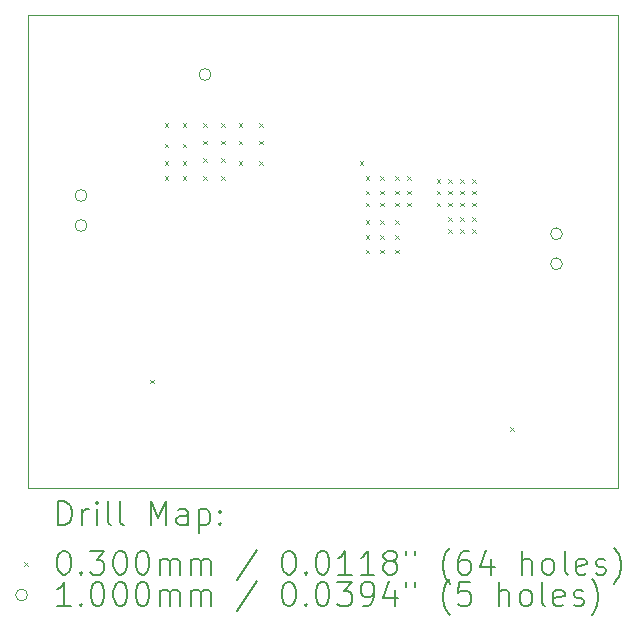
<source format=gbr>
%TF.GenerationSoftware,KiCad,Pcbnew,9.0.4*%
%TF.CreationDate,2025-12-29T16:47:07-08:00*%
%TF.ProjectId,bikelight,62696b65-6c69-4676-9874-2e6b69636164,rev?*%
%TF.SameCoordinates,Original*%
%TF.FileFunction,Drillmap*%
%TF.FilePolarity,Positive*%
%FSLAX45Y45*%
G04 Gerber Fmt 4.5, Leading zero omitted, Abs format (unit mm)*
G04 Created by KiCad (PCBNEW 9.0.4) date 2025-12-29 16:47:07*
%MOMM*%
%LPD*%
G01*
G04 APERTURE LIST*
%ADD10C,0.050000*%
%ADD11C,0.200000*%
%ADD12C,0.100000*%
G04 APERTURE END LIST*
D10*
X8750000Y-5750000D02*
X13750000Y-5750000D01*
X13750000Y-9750000D01*
X8750000Y-9750000D01*
X8750000Y-5750000D01*
D11*
D12*
X9785000Y-8835000D02*
X9815000Y-8865000D01*
X9815000Y-8835000D02*
X9785000Y-8865000D01*
X9910000Y-6660000D02*
X9940000Y-6690000D01*
X9940000Y-6660000D02*
X9910000Y-6690000D01*
X9910000Y-6835000D02*
X9940000Y-6865000D01*
X9940000Y-6835000D02*
X9910000Y-6865000D01*
X9910000Y-6985000D02*
X9940000Y-7015000D01*
X9940000Y-6985000D02*
X9910000Y-7015000D01*
X9910000Y-7110000D02*
X9940000Y-7140000D01*
X9940000Y-7110000D02*
X9910000Y-7140000D01*
X10060000Y-6660000D02*
X10090000Y-6690000D01*
X10090000Y-6660000D02*
X10060000Y-6690000D01*
X10060000Y-6835000D02*
X10090000Y-6865000D01*
X10090000Y-6835000D02*
X10060000Y-6865000D01*
X10060000Y-6985000D02*
X10090000Y-7015000D01*
X10090000Y-6985000D02*
X10060000Y-7015000D01*
X10060000Y-7110000D02*
X10090000Y-7140000D01*
X10090000Y-7110000D02*
X10060000Y-7140000D01*
X10235000Y-6660000D02*
X10265000Y-6690000D01*
X10265000Y-6660000D02*
X10235000Y-6690000D01*
X10235000Y-6810000D02*
X10265000Y-6840000D01*
X10265000Y-6810000D02*
X10235000Y-6840000D01*
X10235000Y-6960000D02*
X10265000Y-6990000D01*
X10265000Y-6960000D02*
X10235000Y-6990000D01*
X10235000Y-7110000D02*
X10265000Y-7140000D01*
X10265000Y-7110000D02*
X10235000Y-7140000D01*
X10385000Y-6660000D02*
X10415000Y-6690000D01*
X10415000Y-6660000D02*
X10385000Y-6690000D01*
X10385000Y-6810000D02*
X10415000Y-6840000D01*
X10415000Y-6810000D02*
X10385000Y-6840000D01*
X10385000Y-6960000D02*
X10415000Y-6990000D01*
X10415000Y-6960000D02*
X10385000Y-6990000D01*
X10385000Y-7110000D02*
X10415000Y-7140000D01*
X10415000Y-7110000D02*
X10385000Y-7140000D01*
X10535000Y-6660000D02*
X10565000Y-6690000D01*
X10565000Y-6660000D02*
X10535000Y-6690000D01*
X10535000Y-6810000D02*
X10565000Y-6840000D01*
X10565000Y-6810000D02*
X10535000Y-6840000D01*
X10535000Y-6985000D02*
X10565000Y-7015000D01*
X10565000Y-6985000D02*
X10535000Y-7015000D01*
X10710000Y-6660000D02*
X10740000Y-6690000D01*
X10740000Y-6660000D02*
X10710000Y-6690000D01*
X10710000Y-6810000D02*
X10740000Y-6840000D01*
X10740000Y-6810000D02*
X10710000Y-6840000D01*
X10710000Y-6985000D02*
X10740000Y-7015000D01*
X10740000Y-6985000D02*
X10710000Y-7015000D01*
X11560000Y-6985000D02*
X11590000Y-7015000D01*
X11590000Y-6985000D02*
X11560000Y-7015000D01*
X11610000Y-7110000D02*
X11640000Y-7140000D01*
X11640000Y-7110000D02*
X11610000Y-7140000D01*
X11610000Y-7235000D02*
X11640000Y-7265000D01*
X11640000Y-7235000D02*
X11610000Y-7265000D01*
X11610000Y-7335000D02*
X11640000Y-7365000D01*
X11640000Y-7335000D02*
X11610000Y-7365000D01*
X11610000Y-7485000D02*
X11640000Y-7515000D01*
X11640000Y-7485000D02*
X11610000Y-7515000D01*
X11610000Y-7610000D02*
X11640000Y-7640000D01*
X11640000Y-7610000D02*
X11610000Y-7640000D01*
X11610000Y-7735000D02*
X11640000Y-7765000D01*
X11640000Y-7735000D02*
X11610000Y-7765000D01*
X11735000Y-7110000D02*
X11765000Y-7140000D01*
X11765000Y-7110000D02*
X11735000Y-7140000D01*
X11735000Y-7235000D02*
X11765000Y-7265000D01*
X11765000Y-7235000D02*
X11735000Y-7265000D01*
X11735000Y-7335000D02*
X11765000Y-7365000D01*
X11765000Y-7335000D02*
X11735000Y-7365000D01*
X11735000Y-7485000D02*
X11765000Y-7515000D01*
X11765000Y-7485000D02*
X11735000Y-7515000D01*
X11735000Y-7610000D02*
X11765000Y-7640000D01*
X11765000Y-7610000D02*
X11735000Y-7640000D01*
X11735000Y-7735000D02*
X11765000Y-7765000D01*
X11765000Y-7735000D02*
X11735000Y-7765000D01*
X11860000Y-7110000D02*
X11890000Y-7140000D01*
X11890000Y-7110000D02*
X11860000Y-7140000D01*
X11860000Y-7235000D02*
X11890000Y-7265000D01*
X11890000Y-7235000D02*
X11860000Y-7265000D01*
X11860000Y-7335000D02*
X11890000Y-7365000D01*
X11890000Y-7335000D02*
X11860000Y-7365000D01*
X11860000Y-7485000D02*
X11890000Y-7515000D01*
X11890000Y-7485000D02*
X11860000Y-7515000D01*
X11860000Y-7610000D02*
X11890000Y-7640000D01*
X11890000Y-7610000D02*
X11860000Y-7640000D01*
X11860000Y-7735000D02*
X11890000Y-7765000D01*
X11890000Y-7735000D02*
X11860000Y-7765000D01*
X11960000Y-7110000D02*
X11990000Y-7140000D01*
X11990000Y-7110000D02*
X11960000Y-7140000D01*
X11960000Y-7235000D02*
X11990000Y-7265000D01*
X11990000Y-7235000D02*
X11960000Y-7265000D01*
X11960000Y-7335000D02*
X11990000Y-7365000D01*
X11990000Y-7335000D02*
X11960000Y-7365000D01*
X12210000Y-7135000D02*
X12240000Y-7165000D01*
X12240000Y-7135000D02*
X12210000Y-7165000D01*
X12210000Y-7235000D02*
X12240000Y-7265000D01*
X12240000Y-7235000D02*
X12210000Y-7265000D01*
X12210000Y-7335000D02*
X12240000Y-7365000D01*
X12240000Y-7335000D02*
X12210000Y-7365000D01*
X12310000Y-7135000D02*
X12340000Y-7165000D01*
X12340000Y-7135000D02*
X12310000Y-7165000D01*
X12310000Y-7235000D02*
X12340000Y-7265000D01*
X12340000Y-7235000D02*
X12310000Y-7265000D01*
X12310000Y-7335000D02*
X12340000Y-7365000D01*
X12340000Y-7335000D02*
X12310000Y-7365000D01*
X12310000Y-7460000D02*
X12340000Y-7490000D01*
X12340000Y-7460000D02*
X12310000Y-7490000D01*
X12310000Y-7560000D02*
X12340000Y-7590000D01*
X12340000Y-7560000D02*
X12310000Y-7590000D01*
X12410000Y-7135000D02*
X12440000Y-7165000D01*
X12440000Y-7135000D02*
X12410000Y-7165000D01*
X12410000Y-7235000D02*
X12440000Y-7265000D01*
X12440000Y-7235000D02*
X12410000Y-7265000D01*
X12410000Y-7335000D02*
X12440000Y-7365000D01*
X12440000Y-7335000D02*
X12410000Y-7365000D01*
X12410000Y-7460000D02*
X12440000Y-7490000D01*
X12440000Y-7460000D02*
X12410000Y-7490000D01*
X12410000Y-7560000D02*
X12440000Y-7590000D01*
X12440000Y-7560000D02*
X12410000Y-7590000D01*
X12510000Y-7135000D02*
X12540000Y-7165000D01*
X12540000Y-7135000D02*
X12510000Y-7165000D01*
X12510000Y-7235000D02*
X12540000Y-7265000D01*
X12540000Y-7235000D02*
X12510000Y-7265000D01*
X12510000Y-7335000D02*
X12540000Y-7365000D01*
X12540000Y-7335000D02*
X12510000Y-7365000D01*
X12510000Y-7460000D02*
X12540000Y-7490000D01*
X12540000Y-7460000D02*
X12510000Y-7490000D01*
X12510000Y-7560000D02*
X12540000Y-7590000D01*
X12540000Y-7560000D02*
X12510000Y-7590000D01*
X12835000Y-9235000D02*
X12865000Y-9265000D01*
X12865000Y-9235000D02*
X12835000Y-9265000D01*
X9250000Y-7273500D02*
G75*
G02*
X9150000Y-7273500I-50000J0D01*
G01*
X9150000Y-7273500D02*
G75*
G02*
X9250000Y-7273500I50000J0D01*
G01*
X9250000Y-7527500D02*
G75*
G02*
X9150000Y-7527500I-50000J0D01*
G01*
X9150000Y-7527500D02*
G75*
G02*
X9250000Y-7527500I50000J0D01*
G01*
X10300000Y-6250000D02*
G75*
G02*
X10200000Y-6250000I-50000J0D01*
G01*
X10200000Y-6250000D02*
G75*
G02*
X10300000Y-6250000I50000J0D01*
G01*
X13275000Y-7598500D02*
G75*
G02*
X13175000Y-7598500I-50000J0D01*
G01*
X13175000Y-7598500D02*
G75*
G02*
X13275000Y-7598500I50000J0D01*
G01*
X13275000Y-7852500D02*
G75*
G02*
X13175000Y-7852500I-50000J0D01*
G01*
X13175000Y-7852500D02*
G75*
G02*
X13275000Y-7852500I50000J0D01*
G01*
D11*
X9008277Y-10063984D02*
X9008277Y-9863984D01*
X9008277Y-9863984D02*
X9055896Y-9863984D01*
X9055896Y-9863984D02*
X9084467Y-9873508D01*
X9084467Y-9873508D02*
X9103515Y-9892555D01*
X9103515Y-9892555D02*
X9113039Y-9911603D01*
X9113039Y-9911603D02*
X9122563Y-9949698D01*
X9122563Y-9949698D02*
X9122563Y-9978270D01*
X9122563Y-9978270D02*
X9113039Y-10016365D01*
X9113039Y-10016365D02*
X9103515Y-10035412D01*
X9103515Y-10035412D02*
X9084467Y-10054460D01*
X9084467Y-10054460D02*
X9055896Y-10063984D01*
X9055896Y-10063984D02*
X9008277Y-10063984D01*
X9208277Y-10063984D02*
X9208277Y-9930650D01*
X9208277Y-9968746D02*
X9217801Y-9949698D01*
X9217801Y-9949698D02*
X9227324Y-9940174D01*
X9227324Y-9940174D02*
X9246372Y-9930650D01*
X9246372Y-9930650D02*
X9265420Y-9930650D01*
X9332086Y-10063984D02*
X9332086Y-9930650D01*
X9332086Y-9863984D02*
X9322563Y-9873508D01*
X9322563Y-9873508D02*
X9332086Y-9883031D01*
X9332086Y-9883031D02*
X9341610Y-9873508D01*
X9341610Y-9873508D02*
X9332086Y-9863984D01*
X9332086Y-9863984D02*
X9332086Y-9883031D01*
X9455896Y-10063984D02*
X9436848Y-10054460D01*
X9436848Y-10054460D02*
X9427324Y-10035412D01*
X9427324Y-10035412D02*
X9427324Y-9863984D01*
X9560658Y-10063984D02*
X9541610Y-10054460D01*
X9541610Y-10054460D02*
X9532086Y-10035412D01*
X9532086Y-10035412D02*
X9532086Y-9863984D01*
X9789229Y-10063984D02*
X9789229Y-9863984D01*
X9789229Y-9863984D02*
X9855896Y-10006841D01*
X9855896Y-10006841D02*
X9922563Y-9863984D01*
X9922563Y-9863984D02*
X9922563Y-10063984D01*
X10103515Y-10063984D02*
X10103515Y-9959222D01*
X10103515Y-9959222D02*
X10093991Y-9940174D01*
X10093991Y-9940174D02*
X10074944Y-9930650D01*
X10074944Y-9930650D02*
X10036848Y-9930650D01*
X10036848Y-9930650D02*
X10017801Y-9940174D01*
X10103515Y-10054460D02*
X10084467Y-10063984D01*
X10084467Y-10063984D02*
X10036848Y-10063984D01*
X10036848Y-10063984D02*
X10017801Y-10054460D01*
X10017801Y-10054460D02*
X10008277Y-10035412D01*
X10008277Y-10035412D02*
X10008277Y-10016365D01*
X10008277Y-10016365D02*
X10017801Y-9997317D01*
X10017801Y-9997317D02*
X10036848Y-9987793D01*
X10036848Y-9987793D02*
X10084467Y-9987793D01*
X10084467Y-9987793D02*
X10103515Y-9978270D01*
X10198753Y-9930650D02*
X10198753Y-10130650D01*
X10198753Y-9940174D02*
X10217801Y-9930650D01*
X10217801Y-9930650D02*
X10255896Y-9930650D01*
X10255896Y-9930650D02*
X10274944Y-9940174D01*
X10274944Y-9940174D02*
X10284467Y-9949698D01*
X10284467Y-9949698D02*
X10293991Y-9968746D01*
X10293991Y-9968746D02*
X10293991Y-10025889D01*
X10293991Y-10025889D02*
X10284467Y-10044936D01*
X10284467Y-10044936D02*
X10274944Y-10054460D01*
X10274944Y-10054460D02*
X10255896Y-10063984D01*
X10255896Y-10063984D02*
X10217801Y-10063984D01*
X10217801Y-10063984D02*
X10198753Y-10054460D01*
X10379705Y-10044936D02*
X10389229Y-10054460D01*
X10389229Y-10054460D02*
X10379705Y-10063984D01*
X10379705Y-10063984D02*
X10370182Y-10054460D01*
X10370182Y-10054460D02*
X10379705Y-10044936D01*
X10379705Y-10044936D02*
X10379705Y-10063984D01*
X10379705Y-9940174D02*
X10389229Y-9949698D01*
X10389229Y-9949698D02*
X10379705Y-9959222D01*
X10379705Y-9959222D02*
X10370182Y-9949698D01*
X10370182Y-9949698D02*
X10379705Y-9940174D01*
X10379705Y-9940174D02*
X10379705Y-9959222D01*
D12*
X8717500Y-10377500D02*
X8747500Y-10407500D01*
X8747500Y-10377500D02*
X8717500Y-10407500D01*
D11*
X9046372Y-10283984D02*
X9065420Y-10283984D01*
X9065420Y-10283984D02*
X9084467Y-10293508D01*
X9084467Y-10293508D02*
X9093991Y-10303031D01*
X9093991Y-10303031D02*
X9103515Y-10322079D01*
X9103515Y-10322079D02*
X9113039Y-10360174D01*
X9113039Y-10360174D02*
X9113039Y-10407793D01*
X9113039Y-10407793D02*
X9103515Y-10445889D01*
X9103515Y-10445889D02*
X9093991Y-10464936D01*
X9093991Y-10464936D02*
X9084467Y-10474460D01*
X9084467Y-10474460D02*
X9065420Y-10483984D01*
X9065420Y-10483984D02*
X9046372Y-10483984D01*
X9046372Y-10483984D02*
X9027324Y-10474460D01*
X9027324Y-10474460D02*
X9017801Y-10464936D01*
X9017801Y-10464936D02*
X9008277Y-10445889D01*
X9008277Y-10445889D02*
X8998753Y-10407793D01*
X8998753Y-10407793D02*
X8998753Y-10360174D01*
X8998753Y-10360174D02*
X9008277Y-10322079D01*
X9008277Y-10322079D02*
X9017801Y-10303031D01*
X9017801Y-10303031D02*
X9027324Y-10293508D01*
X9027324Y-10293508D02*
X9046372Y-10283984D01*
X9198753Y-10464936D02*
X9208277Y-10474460D01*
X9208277Y-10474460D02*
X9198753Y-10483984D01*
X9198753Y-10483984D02*
X9189229Y-10474460D01*
X9189229Y-10474460D02*
X9198753Y-10464936D01*
X9198753Y-10464936D02*
X9198753Y-10483984D01*
X9274944Y-10283984D02*
X9398753Y-10283984D01*
X9398753Y-10283984D02*
X9332086Y-10360174D01*
X9332086Y-10360174D02*
X9360658Y-10360174D01*
X9360658Y-10360174D02*
X9379705Y-10369698D01*
X9379705Y-10369698D02*
X9389229Y-10379222D01*
X9389229Y-10379222D02*
X9398753Y-10398270D01*
X9398753Y-10398270D02*
X9398753Y-10445889D01*
X9398753Y-10445889D02*
X9389229Y-10464936D01*
X9389229Y-10464936D02*
X9379705Y-10474460D01*
X9379705Y-10474460D02*
X9360658Y-10483984D01*
X9360658Y-10483984D02*
X9303515Y-10483984D01*
X9303515Y-10483984D02*
X9284467Y-10474460D01*
X9284467Y-10474460D02*
X9274944Y-10464936D01*
X9522563Y-10283984D02*
X9541610Y-10283984D01*
X9541610Y-10283984D02*
X9560658Y-10293508D01*
X9560658Y-10293508D02*
X9570182Y-10303031D01*
X9570182Y-10303031D02*
X9579705Y-10322079D01*
X9579705Y-10322079D02*
X9589229Y-10360174D01*
X9589229Y-10360174D02*
X9589229Y-10407793D01*
X9589229Y-10407793D02*
X9579705Y-10445889D01*
X9579705Y-10445889D02*
X9570182Y-10464936D01*
X9570182Y-10464936D02*
X9560658Y-10474460D01*
X9560658Y-10474460D02*
X9541610Y-10483984D01*
X9541610Y-10483984D02*
X9522563Y-10483984D01*
X9522563Y-10483984D02*
X9503515Y-10474460D01*
X9503515Y-10474460D02*
X9493991Y-10464936D01*
X9493991Y-10464936D02*
X9484467Y-10445889D01*
X9484467Y-10445889D02*
X9474944Y-10407793D01*
X9474944Y-10407793D02*
X9474944Y-10360174D01*
X9474944Y-10360174D02*
X9484467Y-10322079D01*
X9484467Y-10322079D02*
X9493991Y-10303031D01*
X9493991Y-10303031D02*
X9503515Y-10293508D01*
X9503515Y-10293508D02*
X9522563Y-10283984D01*
X9713039Y-10283984D02*
X9732086Y-10283984D01*
X9732086Y-10283984D02*
X9751134Y-10293508D01*
X9751134Y-10293508D02*
X9760658Y-10303031D01*
X9760658Y-10303031D02*
X9770182Y-10322079D01*
X9770182Y-10322079D02*
X9779705Y-10360174D01*
X9779705Y-10360174D02*
X9779705Y-10407793D01*
X9779705Y-10407793D02*
X9770182Y-10445889D01*
X9770182Y-10445889D02*
X9760658Y-10464936D01*
X9760658Y-10464936D02*
X9751134Y-10474460D01*
X9751134Y-10474460D02*
X9732086Y-10483984D01*
X9732086Y-10483984D02*
X9713039Y-10483984D01*
X9713039Y-10483984D02*
X9693991Y-10474460D01*
X9693991Y-10474460D02*
X9684467Y-10464936D01*
X9684467Y-10464936D02*
X9674944Y-10445889D01*
X9674944Y-10445889D02*
X9665420Y-10407793D01*
X9665420Y-10407793D02*
X9665420Y-10360174D01*
X9665420Y-10360174D02*
X9674944Y-10322079D01*
X9674944Y-10322079D02*
X9684467Y-10303031D01*
X9684467Y-10303031D02*
X9693991Y-10293508D01*
X9693991Y-10293508D02*
X9713039Y-10283984D01*
X9865420Y-10483984D02*
X9865420Y-10350650D01*
X9865420Y-10369698D02*
X9874944Y-10360174D01*
X9874944Y-10360174D02*
X9893991Y-10350650D01*
X9893991Y-10350650D02*
X9922563Y-10350650D01*
X9922563Y-10350650D02*
X9941610Y-10360174D01*
X9941610Y-10360174D02*
X9951134Y-10379222D01*
X9951134Y-10379222D02*
X9951134Y-10483984D01*
X9951134Y-10379222D02*
X9960658Y-10360174D01*
X9960658Y-10360174D02*
X9979705Y-10350650D01*
X9979705Y-10350650D02*
X10008277Y-10350650D01*
X10008277Y-10350650D02*
X10027325Y-10360174D01*
X10027325Y-10360174D02*
X10036848Y-10379222D01*
X10036848Y-10379222D02*
X10036848Y-10483984D01*
X10132086Y-10483984D02*
X10132086Y-10350650D01*
X10132086Y-10369698D02*
X10141610Y-10360174D01*
X10141610Y-10360174D02*
X10160658Y-10350650D01*
X10160658Y-10350650D02*
X10189229Y-10350650D01*
X10189229Y-10350650D02*
X10208277Y-10360174D01*
X10208277Y-10360174D02*
X10217801Y-10379222D01*
X10217801Y-10379222D02*
X10217801Y-10483984D01*
X10217801Y-10379222D02*
X10227325Y-10360174D01*
X10227325Y-10360174D02*
X10246372Y-10350650D01*
X10246372Y-10350650D02*
X10274944Y-10350650D01*
X10274944Y-10350650D02*
X10293991Y-10360174D01*
X10293991Y-10360174D02*
X10303515Y-10379222D01*
X10303515Y-10379222D02*
X10303515Y-10483984D01*
X10693991Y-10274460D02*
X10522563Y-10531603D01*
X10951134Y-10283984D02*
X10970182Y-10283984D01*
X10970182Y-10283984D02*
X10989229Y-10293508D01*
X10989229Y-10293508D02*
X10998753Y-10303031D01*
X10998753Y-10303031D02*
X11008277Y-10322079D01*
X11008277Y-10322079D02*
X11017801Y-10360174D01*
X11017801Y-10360174D02*
X11017801Y-10407793D01*
X11017801Y-10407793D02*
X11008277Y-10445889D01*
X11008277Y-10445889D02*
X10998753Y-10464936D01*
X10998753Y-10464936D02*
X10989229Y-10474460D01*
X10989229Y-10474460D02*
X10970182Y-10483984D01*
X10970182Y-10483984D02*
X10951134Y-10483984D01*
X10951134Y-10483984D02*
X10932087Y-10474460D01*
X10932087Y-10474460D02*
X10922563Y-10464936D01*
X10922563Y-10464936D02*
X10913039Y-10445889D01*
X10913039Y-10445889D02*
X10903515Y-10407793D01*
X10903515Y-10407793D02*
X10903515Y-10360174D01*
X10903515Y-10360174D02*
X10913039Y-10322079D01*
X10913039Y-10322079D02*
X10922563Y-10303031D01*
X10922563Y-10303031D02*
X10932087Y-10293508D01*
X10932087Y-10293508D02*
X10951134Y-10283984D01*
X11103515Y-10464936D02*
X11113039Y-10474460D01*
X11113039Y-10474460D02*
X11103515Y-10483984D01*
X11103515Y-10483984D02*
X11093991Y-10474460D01*
X11093991Y-10474460D02*
X11103515Y-10464936D01*
X11103515Y-10464936D02*
X11103515Y-10483984D01*
X11236848Y-10283984D02*
X11255896Y-10283984D01*
X11255896Y-10283984D02*
X11274944Y-10293508D01*
X11274944Y-10293508D02*
X11284467Y-10303031D01*
X11284467Y-10303031D02*
X11293991Y-10322079D01*
X11293991Y-10322079D02*
X11303515Y-10360174D01*
X11303515Y-10360174D02*
X11303515Y-10407793D01*
X11303515Y-10407793D02*
X11293991Y-10445889D01*
X11293991Y-10445889D02*
X11284467Y-10464936D01*
X11284467Y-10464936D02*
X11274944Y-10474460D01*
X11274944Y-10474460D02*
X11255896Y-10483984D01*
X11255896Y-10483984D02*
X11236848Y-10483984D01*
X11236848Y-10483984D02*
X11217801Y-10474460D01*
X11217801Y-10474460D02*
X11208277Y-10464936D01*
X11208277Y-10464936D02*
X11198753Y-10445889D01*
X11198753Y-10445889D02*
X11189229Y-10407793D01*
X11189229Y-10407793D02*
X11189229Y-10360174D01*
X11189229Y-10360174D02*
X11198753Y-10322079D01*
X11198753Y-10322079D02*
X11208277Y-10303031D01*
X11208277Y-10303031D02*
X11217801Y-10293508D01*
X11217801Y-10293508D02*
X11236848Y-10283984D01*
X11493991Y-10483984D02*
X11379706Y-10483984D01*
X11436848Y-10483984D02*
X11436848Y-10283984D01*
X11436848Y-10283984D02*
X11417801Y-10312555D01*
X11417801Y-10312555D02*
X11398753Y-10331603D01*
X11398753Y-10331603D02*
X11379706Y-10341127D01*
X11684467Y-10483984D02*
X11570182Y-10483984D01*
X11627325Y-10483984D02*
X11627325Y-10283984D01*
X11627325Y-10283984D02*
X11608277Y-10312555D01*
X11608277Y-10312555D02*
X11589229Y-10331603D01*
X11589229Y-10331603D02*
X11570182Y-10341127D01*
X11798753Y-10369698D02*
X11779706Y-10360174D01*
X11779706Y-10360174D02*
X11770182Y-10350650D01*
X11770182Y-10350650D02*
X11760658Y-10331603D01*
X11760658Y-10331603D02*
X11760658Y-10322079D01*
X11760658Y-10322079D02*
X11770182Y-10303031D01*
X11770182Y-10303031D02*
X11779706Y-10293508D01*
X11779706Y-10293508D02*
X11798753Y-10283984D01*
X11798753Y-10283984D02*
X11836848Y-10283984D01*
X11836848Y-10283984D02*
X11855896Y-10293508D01*
X11855896Y-10293508D02*
X11865420Y-10303031D01*
X11865420Y-10303031D02*
X11874944Y-10322079D01*
X11874944Y-10322079D02*
X11874944Y-10331603D01*
X11874944Y-10331603D02*
X11865420Y-10350650D01*
X11865420Y-10350650D02*
X11855896Y-10360174D01*
X11855896Y-10360174D02*
X11836848Y-10369698D01*
X11836848Y-10369698D02*
X11798753Y-10369698D01*
X11798753Y-10369698D02*
X11779706Y-10379222D01*
X11779706Y-10379222D02*
X11770182Y-10388746D01*
X11770182Y-10388746D02*
X11760658Y-10407793D01*
X11760658Y-10407793D02*
X11760658Y-10445889D01*
X11760658Y-10445889D02*
X11770182Y-10464936D01*
X11770182Y-10464936D02*
X11779706Y-10474460D01*
X11779706Y-10474460D02*
X11798753Y-10483984D01*
X11798753Y-10483984D02*
X11836848Y-10483984D01*
X11836848Y-10483984D02*
X11855896Y-10474460D01*
X11855896Y-10474460D02*
X11865420Y-10464936D01*
X11865420Y-10464936D02*
X11874944Y-10445889D01*
X11874944Y-10445889D02*
X11874944Y-10407793D01*
X11874944Y-10407793D02*
X11865420Y-10388746D01*
X11865420Y-10388746D02*
X11855896Y-10379222D01*
X11855896Y-10379222D02*
X11836848Y-10369698D01*
X11951134Y-10283984D02*
X11951134Y-10322079D01*
X12027325Y-10283984D02*
X12027325Y-10322079D01*
X12322563Y-10560174D02*
X12313039Y-10550650D01*
X12313039Y-10550650D02*
X12293991Y-10522079D01*
X12293991Y-10522079D02*
X12284468Y-10503031D01*
X12284468Y-10503031D02*
X12274944Y-10474460D01*
X12274944Y-10474460D02*
X12265420Y-10426841D01*
X12265420Y-10426841D02*
X12265420Y-10388746D01*
X12265420Y-10388746D02*
X12274944Y-10341127D01*
X12274944Y-10341127D02*
X12284468Y-10312555D01*
X12284468Y-10312555D02*
X12293991Y-10293508D01*
X12293991Y-10293508D02*
X12313039Y-10264936D01*
X12313039Y-10264936D02*
X12322563Y-10255412D01*
X12484468Y-10283984D02*
X12446372Y-10283984D01*
X12446372Y-10283984D02*
X12427325Y-10293508D01*
X12427325Y-10293508D02*
X12417801Y-10303031D01*
X12417801Y-10303031D02*
X12398753Y-10331603D01*
X12398753Y-10331603D02*
X12389229Y-10369698D01*
X12389229Y-10369698D02*
X12389229Y-10445889D01*
X12389229Y-10445889D02*
X12398753Y-10464936D01*
X12398753Y-10464936D02*
X12408277Y-10474460D01*
X12408277Y-10474460D02*
X12427325Y-10483984D01*
X12427325Y-10483984D02*
X12465420Y-10483984D01*
X12465420Y-10483984D02*
X12484468Y-10474460D01*
X12484468Y-10474460D02*
X12493991Y-10464936D01*
X12493991Y-10464936D02*
X12503515Y-10445889D01*
X12503515Y-10445889D02*
X12503515Y-10398270D01*
X12503515Y-10398270D02*
X12493991Y-10379222D01*
X12493991Y-10379222D02*
X12484468Y-10369698D01*
X12484468Y-10369698D02*
X12465420Y-10360174D01*
X12465420Y-10360174D02*
X12427325Y-10360174D01*
X12427325Y-10360174D02*
X12408277Y-10369698D01*
X12408277Y-10369698D02*
X12398753Y-10379222D01*
X12398753Y-10379222D02*
X12389229Y-10398270D01*
X12674944Y-10350650D02*
X12674944Y-10483984D01*
X12627325Y-10274460D02*
X12579706Y-10417317D01*
X12579706Y-10417317D02*
X12703515Y-10417317D01*
X12932087Y-10483984D02*
X12932087Y-10283984D01*
X13017801Y-10483984D02*
X13017801Y-10379222D01*
X13017801Y-10379222D02*
X13008277Y-10360174D01*
X13008277Y-10360174D02*
X12989230Y-10350650D01*
X12989230Y-10350650D02*
X12960658Y-10350650D01*
X12960658Y-10350650D02*
X12941610Y-10360174D01*
X12941610Y-10360174D02*
X12932087Y-10369698D01*
X13141610Y-10483984D02*
X13122563Y-10474460D01*
X13122563Y-10474460D02*
X13113039Y-10464936D01*
X13113039Y-10464936D02*
X13103515Y-10445889D01*
X13103515Y-10445889D02*
X13103515Y-10388746D01*
X13103515Y-10388746D02*
X13113039Y-10369698D01*
X13113039Y-10369698D02*
X13122563Y-10360174D01*
X13122563Y-10360174D02*
X13141610Y-10350650D01*
X13141610Y-10350650D02*
X13170182Y-10350650D01*
X13170182Y-10350650D02*
X13189230Y-10360174D01*
X13189230Y-10360174D02*
X13198753Y-10369698D01*
X13198753Y-10369698D02*
X13208277Y-10388746D01*
X13208277Y-10388746D02*
X13208277Y-10445889D01*
X13208277Y-10445889D02*
X13198753Y-10464936D01*
X13198753Y-10464936D02*
X13189230Y-10474460D01*
X13189230Y-10474460D02*
X13170182Y-10483984D01*
X13170182Y-10483984D02*
X13141610Y-10483984D01*
X13322563Y-10483984D02*
X13303515Y-10474460D01*
X13303515Y-10474460D02*
X13293991Y-10455412D01*
X13293991Y-10455412D02*
X13293991Y-10283984D01*
X13474944Y-10474460D02*
X13455896Y-10483984D01*
X13455896Y-10483984D02*
X13417801Y-10483984D01*
X13417801Y-10483984D02*
X13398753Y-10474460D01*
X13398753Y-10474460D02*
X13389230Y-10455412D01*
X13389230Y-10455412D02*
X13389230Y-10379222D01*
X13389230Y-10379222D02*
X13398753Y-10360174D01*
X13398753Y-10360174D02*
X13417801Y-10350650D01*
X13417801Y-10350650D02*
X13455896Y-10350650D01*
X13455896Y-10350650D02*
X13474944Y-10360174D01*
X13474944Y-10360174D02*
X13484468Y-10379222D01*
X13484468Y-10379222D02*
X13484468Y-10398270D01*
X13484468Y-10398270D02*
X13389230Y-10417317D01*
X13560658Y-10474460D02*
X13579706Y-10483984D01*
X13579706Y-10483984D02*
X13617801Y-10483984D01*
X13617801Y-10483984D02*
X13636849Y-10474460D01*
X13636849Y-10474460D02*
X13646372Y-10455412D01*
X13646372Y-10455412D02*
X13646372Y-10445889D01*
X13646372Y-10445889D02*
X13636849Y-10426841D01*
X13636849Y-10426841D02*
X13617801Y-10417317D01*
X13617801Y-10417317D02*
X13589230Y-10417317D01*
X13589230Y-10417317D02*
X13570182Y-10407793D01*
X13570182Y-10407793D02*
X13560658Y-10388746D01*
X13560658Y-10388746D02*
X13560658Y-10379222D01*
X13560658Y-10379222D02*
X13570182Y-10360174D01*
X13570182Y-10360174D02*
X13589230Y-10350650D01*
X13589230Y-10350650D02*
X13617801Y-10350650D01*
X13617801Y-10350650D02*
X13636849Y-10360174D01*
X13713039Y-10560174D02*
X13722563Y-10550650D01*
X13722563Y-10550650D02*
X13741611Y-10522079D01*
X13741611Y-10522079D02*
X13751134Y-10503031D01*
X13751134Y-10503031D02*
X13760658Y-10474460D01*
X13760658Y-10474460D02*
X13770182Y-10426841D01*
X13770182Y-10426841D02*
X13770182Y-10388746D01*
X13770182Y-10388746D02*
X13760658Y-10341127D01*
X13760658Y-10341127D02*
X13751134Y-10312555D01*
X13751134Y-10312555D02*
X13741611Y-10293508D01*
X13741611Y-10293508D02*
X13722563Y-10264936D01*
X13722563Y-10264936D02*
X13713039Y-10255412D01*
D12*
X8747500Y-10656500D02*
G75*
G02*
X8647500Y-10656500I-50000J0D01*
G01*
X8647500Y-10656500D02*
G75*
G02*
X8747500Y-10656500I50000J0D01*
G01*
D11*
X9113039Y-10747984D02*
X8998753Y-10747984D01*
X9055896Y-10747984D02*
X9055896Y-10547984D01*
X9055896Y-10547984D02*
X9036848Y-10576555D01*
X9036848Y-10576555D02*
X9017801Y-10595603D01*
X9017801Y-10595603D02*
X8998753Y-10605127D01*
X9198753Y-10728936D02*
X9208277Y-10738460D01*
X9208277Y-10738460D02*
X9198753Y-10747984D01*
X9198753Y-10747984D02*
X9189229Y-10738460D01*
X9189229Y-10738460D02*
X9198753Y-10728936D01*
X9198753Y-10728936D02*
X9198753Y-10747984D01*
X9332086Y-10547984D02*
X9351134Y-10547984D01*
X9351134Y-10547984D02*
X9370182Y-10557508D01*
X9370182Y-10557508D02*
X9379705Y-10567031D01*
X9379705Y-10567031D02*
X9389229Y-10586079D01*
X9389229Y-10586079D02*
X9398753Y-10624174D01*
X9398753Y-10624174D02*
X9398753Y-10671793D01*
X9398753Y-10671793D02*
X9389229Y-10709889D01*
X9389229Y-10709889D02*
X9379705Y-10728936D01*
X9379705Y-10728936D02*
X9370182Y-10738460D01*
X9370182Y-10738460D02*
X9351134Y-10747984D01*
X9351134Y-10747984D02*
X9332086Y-10747984D01*
X9332086Y-10747984D02*
X9313039Y-10738460D01*
X9313039Y-10738460D02*
X9303515Y-10728936D01*
X9303515Y-10728936D02*
X9293991Y-10709889D01*
X9293991Y-10709889D02*
X9284467Y-10671793D01*
X9284467Y-10671793D02*
X9284467Y-10624174D01*
X9284467Y-10624174D02*
X9293991Y-10586079D01*
X9293991Y-10586079D02*
X9303515Y-10567031D01*
X9303515Y-10567031D02*
X9313039Y-10557508D01*
X9313039Y-10557508D02*
X9332086Y-10547984D01*
X9522563Y-10547984D02*
X9541610Y-10547984D01*
X9541610Y-10547984D02*
X9560658Y-10557508D01*
X9560658Y-10557508D02*
X9570182Y-10567031D01*
X9570182Y-10567031D02*
X9579705Y-10586079D01*
X9579705Y-10586079D02*
X9589229Y-10624174D01*
X9589229Y-10624174D02*
X9589229Y-10671793D01*
X9589229Y-10671793D02*
X9579705Y-10709889D01*
X9579705Y-10709889D02*
X9570182Y-10728936D01*
X9570182Y-10728936D02*
X9560658Y-10738460D01*
X9560658Y-10738460D02*
X9541610Y-10747984D01*
X9541610Y-10747984D02*
X9522563Y-10747984D01*
X9522563Y-10747984D02*
X9503515Y-10738460D01*
X9503515Y-10738460D02*
X9493991Y-10728936D01*
X9493991Y-10728936D02*
X9484467Y-10709889D01*
X9484467Y-10709889D02*
X9474944Y-10671793D01*
X9474944Y-10671793D02*
X9474944Y-10624174D01*
X9474944Y-10624174D02*
X9484467Y-10586079D01*
X9484467Y-10586079D02*
X9493991Y-10567031D01*
X9493991Y-10567031D02*
X9503515Y-10557508D01*
X9503515Y-10557508D02*
X9522563Y-10547984D01*
X9713039Y-10547984D02*
X9732086Y-10547984D01*
X9732086Y-10547984D02*
X9751134Y-10557508D01*
X9751134Y-10557508D02*
X9760658Y-10567031D01*
X9760658Y-10567031D02*
X9770182Y-10586079D01*
X9770182Y-10586079D02*
X9779705Y-10624174D01*
X9779705Y-10624174D02*
X9779705Y-10671793D01*
X9779705Y-10671793D02*
X9770182Y-10709889D01*
X9770182Y-10709889D02*
X9760658Y-10728936D01*
X9760658Y-10728936D02*
X9751134Y-10738460D01*
X9751134Y-10738460D02*
X9732086Y-10747984D01*
X9732086Y-10747984D02*
X9713039Y-10747984D01*
X9713039Y-10747984D02*
X9693991Y-10738460D01*
X9693991Y-10738460D02*
X9684467Y-10728936D01*
X9684467Y-10728936D02*
X9674944Y-10709889D01*
X9674944Y-10709889D02*
X9665420Y-10671793D01*
X9665420Y-10671793D02*
X9665420Y-10624174D01*
X9665420Y-10624174D02*
X9674944Y-10586079D01*
X9674944Y-10586079D02*
X9684467Y-10567031D01*
X9684467Y-10567031D02*
X9693991Y-10557508D01*
X9693991Y-10557508D02*
X9713039Y-10547984D01*
X9865420Y-10747984D02*
X9865420Y-10614650D01*
X9865420Y-10633698D02*
X9874944Y-10624174D01*
X9874944Y-10624174D02*
X9893991Y-10614650D01*
X9893991Y-10614650D02*
X9922563Y-10614650D01*
X9922563Y-10614650D02*
X9941610Y-10624174D01*
X9941610Y-10624174D02*
X9951134Y-10643222D01*
X9951134Y-10643222D02*
X9951134Y-10747984D01*
X9951134Y-10643222D02*
X9960658Y-10624174D01*
X9960658Y-10624174D02*
X9979705Y-10614650D01*
X9979705Y-10614650D02*
X10008277Y-10614650D01*
X10008277Y-10614650D02*
X10027325Y-10624174D01*
X10027325Y-10624174D02*
X10036848Y-10643222D01*
X10036848Y-10643222D02*
X10036848Y-10747984D01*
X10132086Y-10747984D02*
X10132086Y-10614650D01*
X10132086Y-10633698D02*
X10141610Y-10624174D01*
X10141610Y-10624174D02*
X10160658Y-10614650D01*
X10160658Y-10614650D02*
X10189229Y-10614650D01*
X10189229Y-10614650D02*
X10208277Y-10624174D01*
X10208277Y-10624174D02*
X10217801Y-10643222D01*
X10217801Y-10643222D02*
X10217801Y-10747984D01*
X10217801Y-10643222D02*
X10227325Y-10624174D01*
X10227325Y-10624174D02*
X10246372Y-10614650D01*
X10246372Y-10614650D02*
X10274944Y-10614650D01*
X10274944Y-10614650D02*
X10293991Y-10624174D01*
X10293991Y-10624174D02*
X10303515Y-10643222D01*
X10303515Y-10643222D02*
X10303515Y-10747984D01*
X10693991Y-10538460D02*
X10522563Y-10795603D01*
X10951134Y-10547984D02*
X10970182Y-10547984D01*
X10970182Y-10547984D02*
X10989229Y-10557508D01*
X10989229Y-10557508D02*
X10998753Y-10567031D01*
X10998753Y-10567031D02*
X11008277Y-10586079D01*
X11008277Y-10586079D02*
X11017801Y-10624174D01*
X11017801Y-10624174D02*
X11017801Y-10671793D01*
X11017801Y-10671793D02*
X11008277Y-10709889D01*
X11008277Y-10709889D02*
X10998753Y-10728936D01*
X10998753Y-10728936D02*
X10989229Y-10738460D01*
X10989229Y-10738460D02*
X10970182Y-10747984D01*
X10970182Y-10747984D02*
X10951134Y-10747984D01*
X10951134Y-10747984D02*
X10932087Y-10738460D01*
X10932087Y-10738460D02*
X10922563Y-10728936D01*
X10922563Y-10728936D02*
X10913039Y-10709889D01*
X10913039Y-10709889D02*
X10903515Y-10671793D01*
X10903515Y-10671793D02*
X10903515Y-10624174D01*
X10903515Y-10624174D02*
X10913039Y-10586079D01*
X10913039Y-10586079D02*
X10922563Y-10567031D01*
X10922563Y-10567031D02*
X10932087Y-10557508D01*
X10932087Y-10557508D02*
X10951134Y-10547984D01*
X11103515Y-10728936D02*
X11113039Y-10738460D01*
X11113039Y-10738460D02*
X11103515Y-10747984D01*
X11103515Y-10747984D02*
X11093991Y-10738460D01*
X11093991Y-10738460D02*
X11103515Y-10728936D01*
X11103515Y-10728936D02*
X11103515Y-10747984D01*
X11236848Y-10547984D02*
X11255896Y-10547984D01*
X11255896Y-10547984D02*
X11274944Y-10557508D01*
X11274944Y-10557508D02*
X11284467Y-10567031D01*
X11284467Y-10567031D02*
X11293991Y-10586079D01*
X11293991Y-10586079D02*
X11303515Y-10624174D01*
X11303515Y-10624174D02*
X11303515Y-10671793D01*
X11303515Y-10671793D02*
X11293991Y-10709889D01*
X11293991Y-10709889D02*
X11284467Y-10728936D01*
X11284467Y-10728936D02*
X11274944Y-10738460D01*
X11274944Y-10738460D02*
X11255896Y-10747984D01*
X11255896Y-10747984D02*
X11236848Y-10747984D01*
X11236848Y-10747984D02*
X11217801Y-10738460D01*
X11217801Y-10738460D02*
X11208277Y-10728936D01*
X11208277Y-10728936D02*
X11198753Y-10709889D01*
X11198753Y-10709889D02*
X11189229Y-10671793D01*
X11189229Y-10671793D02*
X11189229Y-10624174D01*
X11189229Y-10624174D02*
X11198753Y-10586079D01*
X11198753Y-10586079D02*
X11208277Y-10567031D01*
X11208277Y-10567031D02*
X11217801Y-10557508D01*
X11217801Y-10557508D02*
X11236848Y-10547984D01*
X11370182Y-10547984D02*
X11493991Y-10547984D01*
X11493991Y-10547984D02*
X11427325Y-10624174D01*
X11427325Y-10624174D02*
X11455896Y-10624174D01*
X11455896Y-10624174D02*
X11474944Y-10633698D01*
X11474944Y-10633698D02*
X11484467Y-10643222D01*
X11484467Y-10643222D02*
X11493991Y-10662270D01*
X11493991Y-10662270D02*
X11493991Y-10709889D01*
X11493991Y-10709889D02*
X11484467Y-10728936D01*
X11484467Y-10728936D02*
X11474944Y-10738460D01*
X11474944Y-10738460D02*
X11455896Y-10747984D01*
X11455896Y-10747984D02*
X11398753Y-10747984D01*
X11398753Y-10747984D02*
X11379706Y-10738460D01*
X11379706Y-10738460D02*
X11370182Y-10728936D01*
X11589229Y-10747984D02*
X11627325Y-10747984D01*
X11627325Y-10747984D02*
X11646372Y-10738460D01*
X11646372Y-10738460D02*
X11655896Y-10728936D01*
X11655896Y-10728936D02*
X11674944Y-10700365D01*
X11674944Y-10700365D02*
X11684467Y-10662270D01*
X11684467Y-10662270D02*
X11684467Y-10586079D01*
X11684467Y-10586079D02*
X11674944Y-10567031D01*
X11674944Y-10567031D02*
X11665420Y-10557508D01*
X11665420Y-10557508D02*
X11646372Y-10547984D01*
X11646372Y-10547984D02*
X11608277Y-10547984D01*
X11608277Y-10547984D02*
X11589229Y-10557508D01*
X11589229Y-10557508D02*
X11579706Y-10567031D01*
X11579706Y-10567031D02*
X11570182Y-10586079D01*
X11570182Y-10586079D02*
X11570182Y-10633698D01*
X11570182Y-10633698D02*
X11579706Y-10652746D01*
X11579706Y-10652746D02*
X11589229Y-10662270D01*
X11589229Y-10662270D02*
X11608277Y-10671793D01*
X11608277Y-10671793D02*
X11646372Y-10671793D01*
X11646372Y-10671793D02*
X11665420Y-10662270D01*
X11665420Y-10662270D02*
X11674944Y-10652746D01*
X11674944Y-10652746D02*
X11684467Y-10633698D01*
X11855896Y-10614650D02*
X11855896Y-10747984D01*
X11808277Y-10538460D02*
X11760658Y-10681317D01*
X11760658Y-10681317D02*
X11884467Y-10681317D01*
X11951134Y-10547984D02*
X11951134Y-10586079D01*
X12027325Y-10547984D02*
X12027325Y-10586079D01*
X12322563Y-10824174D02*
X12313039Y-10814650D01*
X12313039Y-10814650D02*
X12293991Y-10786079D01*
X12293991Y-10786079D02*
X12284468Y-10767031D01*
X12284468Y-10767031D02*
X12274944Y-10738460D01*
X12274944Y-10738460D02*
X12265420Y-10690841D01*
X12265420Y-10690841D02*
X12265420Y-10652746D01*
X12265420Y-10652746D02*
X12274944Y-10605127D01*
X12274944Y-10605127D02*
X12284468Y-10576555D01*
X12284468Y-10576555D02*
X12293991Y-10557508D01*
X12293991Y-10557508D02*
X12313039Y-10528936D01*
X12313039Y-10528936D02*
X12322563Y-10519412D01*
X12493991Y-10547984D02*
X12398753Y-10547984D01*
X12398753Y-10547984D02*
X12389229Y-10643222D01*
X12389229Y-10643222D02*
X12398753Y-10633698D01*
X12398753Y-10633698D02*
X12417801Y-10624174D01*
X12417801Y-10624174D02*
X12465420Y-10624174D01*
X12465420Y-10624174D02*
X12484468Y-10633698D01*
X12484468Y-10633698D02*
X12493991Y-10643222D01*
X12493991Y-10643222D02*
X12503515Y-10662270D01*
X12503515Y-10662270D02*
X12503515Y-10709889D01*
X12503515Y-10709889D02*
X12493991Y-10728936D01*
X12493991Y-10728936D02*
X12484468Y-10738460D01*
X12484468Y-10738460D02*
X12465420Y-10747984D01*
X12465420Y-10747984D02*
X12417801Y-10747984D01*
X12417801Y-10747984D02*
X12398753Y-10738460D01*
X12398753Y-10738460D02*
X12389229Y-10728936D01*
X12741610Y-10747984D02*
X12741610Y-10547984D01*
X12827325Y-10747984D02*
X12827325Y-10643222D01*
X12827325Y-10643222D02*
X12817801Y-10624174D01*
X12817801Y-10624174D02*
X12798753Y-10614650D01*
X12798753Y-10614650D02*
X12770182Y-10614650D01*
X12770182Y-10614650D02*
X12751134Y-10624174D01*
X12751134Y-10624174D02*
X12741610Y-10633698D01*
X12951134Y-10747984D02*
X12932087Y-10738460D01*
X12932087Y-10738460D02*
X12922563Y-10728936D01*
X12922563Y-10728936D02*
X12913039Y-10709889D01*
X12913039Y-10709889D02*
X12913039Y-10652746D01*
X12913039Y-10652746D02*
X12922563Y-10633698D01*
X12922563Y-10633698D02*
X12932087Y-10624174D01*
X12932087Y-10624174D02*
X12951134Y-10614650D01*
X12951134Y-10614650D02*
X12979706Y-10614650D01*
X12979706Y-10614650D02*
X12998753Y-10624174D01*
X12998753Y-10624174D02*
X13008277Y-10633698D01*
X13008277Y-10633698D02*
X13017801Y-10652746D01*
X13017801Y-10652746D02*
X13017801Y-10709889D01*
X13017801Y-10709889D02*
X13008277Y-10728936D01*
X13008277Y-10728936D02*
X12998753Y-10738460D01*
X12998753Y-10738460D02*
X12979706Y-10747984D01*
X12979706Y-10747984D02*
X12951134Y-10747984D01*
X13132087Y-10747984D02*
X13113039Y-10738460D01*
X13113039Y-10738460D02*
X13103515Y-10719412D01*
X13103515Y-10719412D02*
X13103515Y-10547984D01*
X13284468Y-10738460D02*
X13265420Y-10747984D01*
X13265420Y-10747984D02*
X13227325Y-10747984D01*
X13227325Y-10747984D02*
X13208277Y-10738460D01*
X13208277Y-10738460D02*
X13198753Y-10719412D01*
X13198753Y-10719412D02*
X13198753Y-10643222D01*
X13198753Y-10643222D02*
X13208277Y-10624174D01*
X13208277Y-10624174D02*
X13227325Y-10614650D01*
X13227325Y-10614650D02*
X13265420Y-10614650D01*
X13265420Y-10614650D02*
X13284468Y-10624174D01*
X13284468Y-10624174D02*
X13293991Y-10643222D01*
X13293991Y-10643222D02*
X13293991Y-10662270D01*
X13293991Y-10662270D02*
X13198753Y-10681317D01*
X13370182Y-10738460D02*
X13389230Y-10747984D01*
X13389230Y-10747984D02*
X13427325Y-10747984D01*
X13427325Y-10747984D02*
X13446372Y-10738460D01*
X13446372Y-10738460D02*
X13455896Y-10719412D01*
X13455896Y-10719412D02*
X13455896Y-10709889D01*
X13455896Y-10709889D02*
X13446372Y-10690841D01*
X13446372Y-10690841D02*
X13427325Y-10681317D01*
X13427325Y-10681317D02*
X13398753Y-10681317D01*
X13398753Y-10681317D02*
X13379706Y-10671793D01*
X13379706Y-10671793D02*
X13370182Y-10652746D01*
X13370182Y-10652746D02*
X13370182Y-10643222D01*
X13370182Y-10643222D02*
X13379706Y-10624174D01*
X13379706Y-10624174D02*
X13398753Y-10614650D01*
X13398753Y-10614650D02*
X13427325Y-10614650D01*
X13427325Y-10614650D02*
X13446372Y-10624174D01*
X13522563Y-10824174D02*
X13532087Y-10814650D01*
X13532087Y-10814650D02*
X13551134Y-10786079D01*
X13551134Y-10786079D02*
X13560658Y-10767031D01*
X13560658Y-10767031D02*
X13570182Y-10738460D01*
X13570182Y-10738460D02*
X13579706Y-10690841D01*
X13579706Y-10690841D02*
X13579706Y-10652746D01*
X13579706Y-10652746D02*
X13570182Y-10605127D01*
X13570182Y-10605127D02*
X13560658Y-10576555D01*
X13560658Y-10576555D02*
X13551134Y-10557508D01*
X13551134Y-10557508D02*
X13532087Y-10528936D01*
X13532087Y-10528936D02*
X13522563Y-10519412D01*
M02*

</source>
